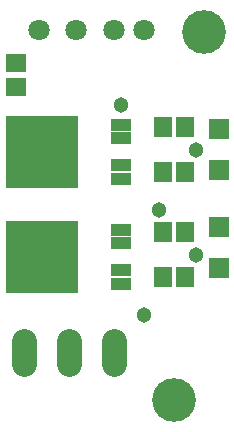
<source format=gts>
G75*
%MOIN*%
%OFA0B0*%
%FSLAX25Y25*%
%IPPOS*%
%LPD*%
%AMOC8*
5,1,8,0,0,1.08239X$1,22.5*
%
%ADD10C,0.14580*%
%ADD11R,0.07099X0.03950*%
%ADD12R,0.24422X0.24422*%
%ADD13C,0.07099*%
%ADD14C,0.08300*%
%ADD15R,0.05918X0.07099*%
%ADD16R,0.07099X0.05918*%
%ADD17R,0.06706X0.06706*%
%ADD18R,0.05918X0.06706*%
%ADD19C,0.05131*%
D10*
X0164592Y0052323D03*
X0174592Y0174823D03*
D11*
X0147136Y0144031D03*
X0147136Y0139542D03*
X0147136Y0130566D03*
X0147136Y0126078D03*
X0147136Y0109031D03*
X0147136Y0104542D03*
X0147136Y0095566D03*
X0147136Y0091078D03*
D12*
X0120718Y0100054D03*
X0120718Y0135054D03*
D13*
X0119587Y0175679D03*
X0132087Y0175679D03*
X0144587Y0175679D03*
X0154587Y0175679D03*
D14*
X0114587Y0071929D02*
X0114587Y0064429D01*
X0129587Y0064429D02*
X0129587Y0071929D01*
X0144587Y0071929D02*
X0144587Y0064429D01*
D15*
X0160846Y0093179D03*
X0168327Y0093179D03*
X0168327Y0128179D03*
X0160846Y0128179D03*
D16*
X0112087Y0156742D03*
X0112087Y0164616D03*
D17*
X0179587Y0142569D03*
X0179587Y0128789D03*
X0179587Y0110069D03*
X0179587Y0096289D03*
D18*
X0168327Y0108179D03*
X0160846Y0108179D03*
X0160846Y0143179D03*
X0168327Y0143179D03*
D19*
X0172087Y0135679D03*
X0159587Y0115679D03*
X0172087Y0100679D03*
X0154587Y0080679D03*
X0129587Y0093179D03*
X0129587Y0100679D03*
X0129587Y0108179D03*
X0122087Y0108179D03*
X0114587Y0108179D03*
X0114587Y0100679D03*
X0122087Y0100679D03*
X0122087Y0093179D03*
X0114587Y0093179D03*
X0114587Y0128179D03*
X0122087Y0128179D03*
X0129587Y0128179D03*
X0129587Y0135679D03*
X0129587Y0143179D03*
X0122087Y0143179D03*
X0114587Y0143179D03*
X0114587Y0135679D03*
X0122087Y0135679D03*
X0147087Y0150679D03*
M02*

</source>
